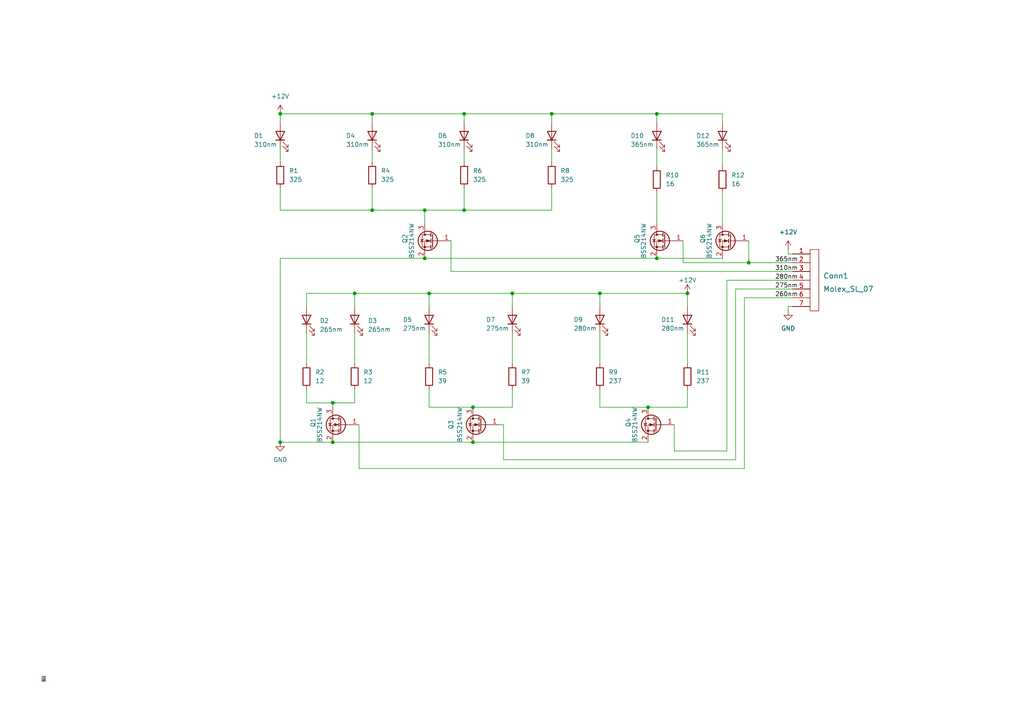
<source format=kicad_sch>
(kicad_sch (version 20211123) (generator eeschema)
  (paper "A4")
  (lib_symbols
    (symbol "Device:LED" (pin_numbers hide) (pin_names (offset 1.016) hide)
      (property "Reference" "D" (at 0 2.54 0))
      (property "Value" "LED" (at 0 -2.54 0))
      (symbol "LED_0_1"
        (polyline (pts (xy -1.27 -1.27) (xy -1.27 1.27)) (stroke (width 0.254)))
        (polyline (pts (xy -1.27 0) (xy 1.27 0)))
        (polyline (pts (xy 1.27 -1.27) (xy 1.27 1.27) (xy -1.27 0) (xy 1.27 -1.27)) (stroke (width 0.254)))
        (polyline (pts (xy -3.048 -0.762) (xy -4.572 -2.286) (xy -3.81 -2.286) (xy -4.572 -2.286) (xy -4.572 -1.524)))
        (polyline (pts (xy -1.778 -0.762) (xy -3.302 -2.286) (xy -2.54 -2.286) (xy -3.302 -2.286) (xy -3.302 -1.524)))
      )
      (symbol "LED_1_1"
        (pin passive line (at -3.81 0 0) (length 2.54) (name "K") (number "1"))
        (pin passive line (at 3.81 0 180) (length 2.54) (name "A") (number "2"))
      )
    )
    (symbol "Device:R" (pin_numbers hide) (pin_names (offset 0))
      (property "Reference" "R" (at 2.032 0 90))
      (property "Value" "R" (at 0 0 90))
      (symbol "R_0_1"
        (rectangle (start -1.016 -2.54) (end 1.016 2.54) (stroke (width 0.254)))
      )
      (symbol "R_1_1"
        (pin passive line (at 0 3.81 270) (length 1.27) (name "~") (number "1"))
        (pin passive line (at 0 -3.81 90) (length 1.27) (name "~") (number "2"))
      )
    )
    (symbol "MRDT_Connectors:Molex_SL_07" (pin_names (offset 1.016))
      (property "Reference" "Conn" (at 3.81 -1.27 0))
      (property "Value" "Molex_SL_07" (at 1.27 19.05 0))
      (symbol "Molex_SL_07_0_1"
        (rectangle (start 0 17.78) (end 2.54 0))
      )
      (symbol "Molex_SL_07_1_1"
        (pin input line (at -5.08 16.51 0) (length 5.08) (name "~") (number "1"))
        (pin input line (at -5.08 13.97 0) (length 5.08) (name "~") (number "2"))
        (pin input line (at -5.08 11.43 0) (length 5.08) (name "~") (number "3"))
        (pin input line (at -5.08 8.89 0) (length 5.08) (name "~") (number "4"))
        (pin input line (at -5.08 6.35 0) (length 5.08) (name "~") (number "5"))
        (pin input line (at -5.08 3.81 0) (length 5.08) (name "~") (number "6"))
        (pin input line (at -5.08 1.27 0) (length 5.08) (name "~") (number "7"))
      )
    )
    (symbol "Transistor_FET:BSS214NW" (pin_names hide)
      (property "Reference" "Q" (at 5.08 1.905 0))
      (property "Value" "BSS214NW" (at 5.08 0 0))
      (symbol "BSS214NW_0_1"
        (polyline (pts (xy 0.254 0) (xy -2.54 0)))
        (polyline (pts (xy 0.254 1.905) (xy 0.254 -1.905)) (stroke (width 0.254)))
        (polyline (pts (xy 0.762 -1.27) (xy 0.762 -2.286)) (stroke (width 0.254)))
        (polyline (pts (xy 0.762 0.508) (xy 0.762 -0.508)) (stroke (width 0.254)))
        (polyline (pts (xy 0.762 2.286) (xy 0.762 1.27)) (stroke (width 0.254)))
        (polyline (pts (xy 2.54 2.54) (xy 2.54 1.778)))
        (polyline (pts (xy 2.54 -2.54) (xy 2.54 0) (xy 0.762 0)))
        (polyline (pts (xy 0.762 -1.778) (xy 3.302 -1.778) (xy 3.302 1.778) (xy 0.762 1.778)))
        (polyline (pts (xy 1.016 0) (xy 2.032 0.381) (xy 2.032 -0.381) (xy 1.016 0)) (fill (type outline)))
        (polyline (pts (xy 2.794 0.508) (xy 2.921 0.381) (xy 3.683 0.381) (xy 3.81 0.254)))
        (polyline (pts (xy 3.302 0.381) (xy 2.921 -0.254) (xy 3.683 -0.254) (xy 3.302 0.381)))
        (circle (center 1.651 0) (radius 2.794) (stroke (width 0.254)))
        (circle (center 2.54 -1.778) (radius 0.254) (fill (type outline)))
        (circle (center 2.54 1.778) (radius 0.254) (fill (type outline)))
      )
      (symbol "BSS214NW_1_1"
        (pin input line (at -5.08 0 0) (length 2.54) (name "G") (number "1"))
        (pin passive line (at 2.54 -5.08 90) (length 2.54) (name "S") (number "2"))
        (pin passive line (at 2.54 5.08 270) (length 2.54) (name "D") (number "3"))
      )
    )
    (symbol "power:+12V" (power) (pin_names (offset 0))
      (property "Value" "+12V" (at 0 3.556 0))
      (symbol "+12V_0_1"
        (polyline (pts (xy -0.762 1.27) (xy 0 2.54)))
        (polyline (pts (xy 0 0) (xy 0 2.54)))
        (polyline (pts (xy 0 2.54) (xy 0.762 1.27)))
      )
      (symbol "+12V_1_1"
        (pin power_in line (at 0 0 90) (length 0) hide (name "+12V") (number "1"))
      )
    )
    (symbol "power:GND" (power) (pin_names (offset 0))
      (property "Value" "GND" (at 0 -3.81 0))
      (symbol "GND_0_1"
        (polyline (pts (xy 0 0) (xy 0 -1.27) (xy 1.27 -1.27) (xy 0 -2.54) (xy -1.27 -1.27) (xy 0 -1.27)))
      )
      (symbol "GND_1_1"
        (pin power_in line (at 0 0 270) (length 0) hide (name "GND") (number "1"))
      )
    )
  )
  (junction (at 134.62 60.96))
  (junction (at 190.5 33.02))
  (junction (at 160.02 33.02))
  (junction (at 137.16 128.27))
  (junction (at 81.28 128.27))
  (junction (at 81.28 33.02))
  (junction (at 102.87 85.09))
  (junction (at 187.96 118.11))
  (junction (at 107.95 60.96))
  (junction (at 199.39 85.09))
  (junction (at 96.52 128.27))
  (junction (at 173.99 85.09))
  (junction (at 96.52 116.84))
  (junction (at 107.95 33.02))
  (junction (at 217.17 76.2))
  (junction (at 134.62 33.02))
  (junction (at 123.19 74.93))
  (junction (at 190.5 74.93))
  (junction (at 123.19 60.96))
  (junction (at 137.16 118.11))
  (junction (at 148.59 85.09))
  (junction (at 124.46 85.09))
  (wire (pts (xy 190.5 33.02) (xy 209.55 33.02)))
  (wire (pts (xy 160.02 43.18) (xy 160.02 46.99)))
  (wire (pts (xy 215.9 86.36) (xy 215.9 135.89)))
  (wire (pts (xy 134.62 33.02) (xy 134.62 35.56)))
  (wire (pts (xy 137.16 118.11) (xy 148.59 118.11)))
  (wire (pts (xy 123.19 74.93) (xy 190.5 74.93)))
  (wire (pts (xy 173.99 118.11) (xy 173.99 113.03)))
  (wire (pts (xy 81.28 54.61) (xy 81.28 60.96)))
  (wire (pts (xy 160.02 33.02) (xy 190.5 33.02)))
  (wire (pts (xy 173.99 85.09) (xy 199.39 85.09)))
  (wire (pts (xy 96.52 118.11) (xy 96.52 116.84)))
  (wire (pts (xy 148.59 85.09) (xy 148.59 88.9)))
  (wire (pts (xy 81.28 74.93) (xy 81.28 128.27)))
  (wire (pts (xy 228.6 73.66) (xy 229.87 73.66)))
  (wire (pts (xy 160.02 54.61) (xy 160.02 60.96)))
  (wire (pts (xy 217.17 69.85) (xy 217.17 76.2)))
  (wire (pts (xy 81.28 43.18) (xy 81.28 46.99)))
  (wire (pts (xy 134.62 33.02) (xy 160.02 33.02)))
  (wire (pts (xy 81.28 33.02) (xy 107.95 33.02)))
  (wire (pts (xy 88.9 116.84) (xy 96.52 116.84)))
  (wire (pts (xy 88.9 96.52) (xy 88.9 105.41)))
  (wire (pts (xy 123.19 60.96) (xy 134.62 60.96)))
  (wire (pts (xy 81.28 74.93) (xy 123.19 74.93)))
  (wire (pts (xy 124.46 88.9) (xy 124.46 85.09)))
  (wire (pts (xy 217.17 76.2) (xy 229.87 76.2)))
  (wire (pts (xy 130.81 69.85) (xy 130.81 78.74)))
  (wire (pts (xy 123.19 60.96) (xy 123.19 64.77)))
  (wire (pts (xy 198.12 76.2) (xy 217.17 76.2)))
  (wire (pts (xy 195.58 123.19) (xy 195.58 130.81)))
  (wire (pts (xy 148.59 85.09) (xy 173.99 85.09)))
  (wire (pts (xy 134.62 43.18) (xy 134.62 46.99)))
  (wire (pts (xy 88.9 85.09) (xy 102.87 85.09)))
  (wire (pts (xy 137.16 128.27) (xy 187.96 128.27)))
  (wire (pts (xy 187.96 118.11) (xy 173.99 118.11)))
  (wire (pts (xy 134.62 54.61) (xy 134.62 60.96)))
  (wire (pts (xy 209.55 43.18) (xy 209.55 48.26)))
  (wire (pts (xy 96.52 116.84) (xy 102.87 116.84)))
  (wire (pts (xy 195.58 130.81) (xy 210.82 130.81)))
  (wire (pts (xy 199.39 85.09) (xy 199.39 88.9)))
  (wire (pts (xy 228.6 72.39) (xy 228.6 73.66)))
  (wire (pts (xy 209.55 55.88) (xy 209.55 64.77)))
  (wire (pts (xy 229.87 86.36) (xy 215.9 86.36)))
  (wire (pts (xy 104.14 135.89) (xy 215.9 135.89)))
  (wire (pts (xy 81.28 33.02) (xy 81.28 35.56)))
  (wire (pts (xy 88.9 85.09) (xy 88.9 88.9)))
  (wire (pts (xy 190.5 74.93) (xy 209.55 74.93)))
  (wire (pts (xy 146.05 123.19) (xy 146.05 133.35)))
  (wire (pts (xy 199.39 118.11) (xy 187.96 118.11)))
  (wire (pts (xy 124.46 118.11) (xy 137.16 118.11)))
  (wire (pts (xy 107.95 33.02) (xy 107.95 35.56)))
  (wire (pts (xy 102.87 96.52) (xy 102.87 105.41)))
  (wire (pts (xy 107.95 60.96) (xy 123.19 60.96)))
  (wire (pts (xy 81.28 128.27) (xy 96.52 128.27)))
  (wire (pts (xy 124.46 96.52) (xy 124.46 105.41)))
  (wire (pts (xy 124.46 85.09) (xy 148.59 85.09)))
  (wire (pts (xy 96.52 128.27) (xy 137.16 128.27)))
  (wire (pts (xy 81.28 60.96) (xy 107.95 60.96)))
  (wire (pts (xy 213.36 83.82) (xy 229.87 83.82)))
  (wire (pts (xy 148.59 118.11) (xy 148.59 113.03)))
  (wire (pts (xy 146.05 133.35) (xy 213.36 133.35)))
  (wire (pts (xy 107.95 33.02) (xy 134.62 33.02)))
  (wire (pts (xy 102.87 85.09) (xy 102.87 88.9)))
  (wire (pts (xy 88.9 113.03) (xy 88.9 116.84)))
  (wire (pts (xy 210.82 81.28) (xy 210.82 130.81)))
  (wire (pts (xy 190.5 33.02) (xy 190.5 35.56)))
  (wire (pts (xy 146.05 123.19) (xy 144.78 123.19)))
  (wire (pts (xy 199.39 113.03) (xy 199.39 118.11)))
  (wire (pts (xy 160.02 33.02) (xy 160.02 35.56)))
  (wire (pts (xy 173.99 96.52) (xy 173.99 105.41)))
  (wire (pts (xy 190.5 55.88) (xy 190.5 64.77)))
  (wire (pts (xy 173.99 85.09) (xy 173.99 88.9)))
  (wire (pts (xy 130.81 78.74) (xy 229.87 78.74)))
  (wire (pts (xy 198.12 76.2) (xy 198.12 69.85)))
  (wire (pts (xy 209.55 33.02) (xy 209.55 35.56)))
  (wire (pts (xy 210.82 81.28) (xy 229.87 81.28)))
  (wire (pts (xy 229.87 88.9) (xy 228.6 88.9)))
  (wire (pts (xy 199.39 105.41) (xy 199.39 96.52)))
  (wire (pts (xy 104.14 123.19) (xy 104.14 135.89)))
  (wire (pts (xy 102.87 113.03) (xy 102.87 116.84)))
  (wire (pts (xy 228.6 88.9) (xy 228.6 90.17)))
  (wire (pts (xy 190.5 43.18) (xy 190.5 48.26)))
  (wire (pts (xy 107.95 54.61) (xy 107.95 60.96)))
  (wire (pts (xy 124.46 113.03) (xy 124.46 118.11)))
  (wire (pts (xy 213.36 83.82) (xy 213.36 133.35)))
  (wire (pts (xy 148.59 96.52) (xy 148.59 105.41)))
  (wire (pts (xy 107.95 43.18) (xy 107.95 46.99)))
  (wire (pts (xy 102.87 85.09) (xy 124.46 85.09)))
  (wire (pts (xy 134.62 60.96) (xy 160.02 60.96)))
  (image (at 12.7 196.85) (scale 0.0228564))
  (label "280nm" (at 224.79 81.28 0))
  (label "275nm" (at 224.79 83.82 0))
  (label "365nm" (at 224.79 76.2 0))
  (label "310nm" (at 224.79 78.74 0))
  (label "260nm" (at 224.79 86.36 0))
  (symbol (lib_id "Device:R") (at 81.28 50.8 0) (unit 1)
    (property "Reference" "R1" (at 83.82 49.5299 0) (effects (justify left)))
    (property "Value" "325" (at 83.82 52.0699 0) (effects (justify left)))
    (property "Footprint" "Resistor_SMD:R_2512_6332Metric_Pad1.40x3.35mm_HandSolder" (effects hide))
    (property "Datasheet" "https://www.digikey.com/en/products/detail/stackpole-electronics-inc/RHC2512FT150R/1646042" (effects hide))
  )
  (symbol (lib_id "Transistor_FET:BSS214NW") (at 99.06 123.19 0) (mirror y) (unit 1)
    (property "Reference" "Q1" (at 90.805 122.555 90))
    (property "Value" "BSS214NW" (at 92.71 123.19 90))
    (property "Footprint" "Package_TO_SOT_SMD:SOT-323_SC-70" (effects hide))
    (property "Datasheet" "https://www.infineon.com/dgdl/Infineon-BSS214NW-DS-v02_02-en.pdf?fileId=db3a30431b3e89eb011b695aebc01bde" (effects hide))
  )
  (symbol (lib_id "Device:LED") (at 190.5 39.37 90) (unit 1)
    (property "Reference" "D10" (at 182.88 39.37 90) (effects (justify right)))
    (property "Value" "365nm" (at 182.88 41.91 90) (effects (justify right)))
    (property "Footprint" "Footprints:LZ1-00UV0R" (effects hide))
    (property "Datasheet" "https://www.digikey.com/en/products/detail/osram-sylvania-inc./LZ1-00UV0R-0000/10441131?utm_adgroup=Infrared%2C%20UV%2C%20Visible%20Emitters&utm_source=google&utm_medium=cpc&utm_campaign=Shopping_Product_Optoelectronics_NEW&utm_term=&utm_content=Infrared%2C%20UV%2C%20Visible%20Emitters&gclid=Cj0KCQjww4-hBhCtARIsAC9gR3Zin1EjcHelMRn99sYYosUo0ZWMWYvGeo7J6bgWsph-cu9-1cPf-0saAlrnEALw_wcB" (effects hide))
  )
  (symbol (lib_id "Device:R") (at 160.02 50.8 0) (unit 1)
    (property "Reference" "R8" (at 162.56 49.5299 0) (effects (justify left)))
    (property "Value" "325" (at 162.56 52.0699 0) (effects (justify left)))
    (property "Footprint" "Resistor_SMD:R_2512_6332Metric_Pad1.40x3.35mm_HandSolder" (effects hide))
    (property "Datasheet" "https://www.digikey.com/en/products/detail/stackpole-electronics-inc/RHC2512FT150R/1646042" (effects hide))
  )
  (symbol (lib_id "Device:R") (at 88.9 109.22 0) (unit 1)
    (property "Reference" "R2" (at 91.44 107.9499 0) (effects (justify left)))
    (property "Value" "12" (at 91.44 110.4899 0) (effects (justify left)))
    (property "Footprint" "Resistor_SMD:R_2512_6332Metric_Pad1.40x3.35mm_HandSolder" (effects hide))
    (property "Datasheet" "https://www.digikey.com/en/products/detail/te-connectivity-passive-product/352212RFT/5244986" (effects hide))
  )
  (symbol (lib_id "Device:R") (at 148.59 109.22 0) (unit 1)
    (property "Reference" "R7" (at 151.13 107.9499 0) (effects (justify left)))
    (property "Value" "39" (at 151.13 110.4899 0) (effects (justify left)))
    (property "Footprint" "Resistor_SMD:R_2512_6332Metric_Pad1.40x3.35mm_HandSolder" (effects hide))
    (property "Datasheet" "https://www.digikey.com/en/products/detail/te-connectivity-passive-product/CRGP2512F39R/8577306" (effects hide))
  )
  (symbol (lib_id "Device:R") (at 190.5 52.07 0) (unit 1)
    (property "Reference" "R10" (at 193.04 50.7999 0) (effects (justify left)))
    (property "Value" "16" (at 193.04 53.3399 0) (effects (justify left)))
    (property "Footprint" "Resistor_SMD:R_2512_6332Metric_Pad1.40x3.35mm_HandSolder" (effects hide))
    (property "Datasheet" "https://www.digikey.com/en/products/detail/te-connectivity-passive-product/355016RFT/9927086?s=N4IgjCBcoExaBjKAzAhgGwM4FMA0IB7KAbRBgBYBOANgpAF18AHAFyhAGUWAnASwDsA5iAC%2B%2BAMzwQSSGix5CJcGHERGIVuy58ho-DAAMADgCsUmXJz4ikUmGoACAPIALALaYGzNpBABVfl4WJ2QAWWxUTABXbmw9EABaOGhpKB4ohRtSM3oRPKA" (effects hide))
  )
  (symbol (lib_id "Device:LED") (at 199.39 92.71 90) (unit 1)
    (property "Reference" "D11" (at 191.77 92.71 90) (effects (justify right)))
    (property "Value" "280nm" (at 191.77 95.25 90) (effects (justify right)))
    (property "Footprint" "MRDT_Devices:280nm" (effects hide))
    (property "Datasheet" "https://www.mouser.com/ProductDetail/Vishay-Semiconductors/VLMU35CL20-275-120?qs=sPbYRqrBIVnwsuA%2FMQjGuQ%3D%3D" (effects hide))
  )
  (symbol (lib_id "MRDT_Connectors:Molex_SL_07") (at 234.95 90.17 0) (unit 1)
    (property "Reference" "Conn1" (at 238.76 80.01 0) (effects (font (size 1.524 1.524)) (justify left)))
    (property "Value" "Molex_SL_07" (at 238.76 83.82 0) (effects (font (size 1.524 1.524)) (justify left)))
    (property "Footprint" "MRDT_Connectors:MOLEX_SL_07_Vertical" (effects hide))
  )
  (symbol (lib_id "power:+12V") (at 228.6 72.39 0) (unit 1)
    (property "Reference" "#PWR04" (effects hide))
    (property "Value" "+12V" (at 228.6 67.31 0))
  )
  (symbol (lib_id "Device:R") (at 102.87 109.22 0) (unit 1)
    (property "Reference" "R3" (at 105.41 107.9499 0) (effects (justify left)))
    (property "Value" "12" (at 105.41 110.4899 0) (effects (justify left)))
    (property "Footprint" "Resistor_SMD:R_2512_6332Metric_Pad1.40x3.35mm_HandSolder" (effects hide))
    (property "Datasheet" "https://www.digikey.com/en/products/detail/te-connectivity-passive-product/352212RFT/5244986" (effects hide))
  )
  (symbol (lib_id "Device:LED") (at 88.9 92.71 90) (unit 1)
    (property "Reference" "D2" (at 92.71 93.0274 90) (effects (justify right)))
    (property "Value" "265nm" (at 92.71 95.5674 90) (effects (justify right)))
    (property "Footprint" "KL265-50W-SM-WD Footprint:3535" (effects hide))
    (property "Datasheet" "https://www.digikey.com/en/products/detail/crystal-is/KL265-50W-SM-WD/14305732?utm_adgroup=Optoelectronics&utm_source=google&utm_medium=cpc&utm_campaign=Dynamic%20Search_EN_Product&utm_term=&utm_content=Optoelectronics&gclid=CjwKCAjw5pShBhB_EiwAvmnNV5lKEzE5w8IDoIsJlO4rhYTYXq7Xz2eIzEMYPPwn55MK4H6ODodK4BoCvP0QAvD_BwE" (effects hide))
  )
  (symbol (lib_id "Device:R") (at 173.99 109.22 0) (unit 1)
    (property "Reference" "R9" (at 176.53 107.9499 0) (effects (justify left)))
    (property "Value" "237" (at 176.53 110.4899 0) (effects (justify left)))
    (property "Footprint" "Resistor_SMD:R_2512_6332Metric_Pad1.40x3.35mm_HandSolder" (effects hide))
    (property "Datasheet" "https://www.mouser.com/ProductDetail/YAGEO/RT1206BRC07250RL?qs=sGAEpiMZZMtlubZbdhIBINSnPd898yDPjn3BpsSGDUg%3D" (effects hide))
  )
  (symbol (lib_id "Transistor_FET:BSS214NW") (at 212.09 69.85 0) (mirror y) (unit 1)
    (property "Reference" "Q6" (at 203.835 69.215 90))
    (property "Value" "BSS214NW" (at 205.74 69.85 90))
    (property "Footprint" "Package_TO_SOT_SMD:SOT-323_SC-70" (effects hide))
    (property "Datasheet" "https://www.infineon.com/dgdl/Infineon-BSS214NW-DS-v02_02-en.pdf?fileId=db3a30431b3e89eb011b695aebc01bde" (effects hide))
  )
  (symbol (lib_id "Device:LED") (at 81.28 39.37 90) (unit 1)
    (property "Reference" "D1" (at 73.66 39.37 90) (effects (justify right)))
    (property "Value" "310nm" (at 73.66 41.91 90) (effects (justify right)))
    (property "Footprint" "MRDT_Devices:310nm" (effects hide))
    (property "Datasheet" "https://www.irtronix.com/product-page/cud1gf1a" (effects hide))
  )
  (symbol (lib_id "Device:R") (at 209.55 52.07 0) (unit 1)
    (property "Reference" "R12" (at 212.09 50.7999 0) (effects (justify left)))
    (property "Value" "16" (at 212.09 53.3399 0) (effects (justify left)))
    (property "Footprint" "Resistor_SMD:R_2512_6332Metric_Pad1.40x3.35mm_HandSolder" (effects hide))
    (property "Datasheet" "https://www.digikey.com/en/products/detail/te-connectivity-passive-product/355016RFT/9927086?s=N4IgjCBcoExaBjKAzAhgGwM4FMA0IB7KAbRBgBYBOANgpAF18AHAFyhAGUWAnASwDsA5iAC%2B%2BAMzwQSSGix5CJcGHERGIVuy58ho-DAAMADgCsUmXJz4ikUmGoACAPIALALaYGzNpBABVfl4WJ2QAWWxUTABXbmw9EABaOGhpKB4ohRtSM3oRPKA" (effects hide))
  )
  (symbol (lib_id "Device:LED") (at 102.87 92.71 90) (unit 1)
    (property "Reference" "D3" (at 106.68 93.0274 90) (effects (justify right)))
    (property "Value" "265nm" (at 106.68 95.5674 90) (effects (justify right)))
    (property "Footprint" "KL265-50W-SM-WD Footprint:3535" (effects hide))
    (property "Datasheet" "https://www.digikey.com/en/products/detail/crystal-is/KL265-50W-SM-WD/14305732?utm_adgroup=Optoelectronics&utm_source=google&utm_medium=cpc&utm_campaign=Dynamic%20Search_EN_Product&utm_term=&utm_content=Optoelectronics&gclid=CjwKCAjw5pShBhB_EiwAvmnNV5lKEzE5w8IDoIsJlO4rhYTYXq7Xz2eIzEMYPPwn55MK4H6ODodK4BoCvP0QAvD_BwE" (effects hide))
  )
  (symbol (lib_id "power:GND") (at 228.6 90.17 0) (unit 1)
    (property "Reference" "#PWR05" (effects hide))
    (property "Value" "GND" (at 228.6 95.25 0))
  )
  (symbol (lib_id "Device:LED") (at 209.55 39.37 90) (unit 1)
    (property "Reference" "D12" (at 201.93 39.37 90) (effects (justify right)))
    (property "Value" "365nm" (at 201.93 41.91 90) (effects (justify right)))
    (property "Footprint" "Footprints:LZ1-00UV0R" (effects hide))
    (property "Datasheet" "https://www.digikey.com/en/products/detail/osram-sylvania-inc./LZ1-00UV0R-0000/10441131?utm_adgroup=Infrared%2C%20UV%2C%20Visible%20Emitters&utm_source=google&utm_medium=cpc&utm_campaign=Shopping_Product_Optoelectronics_NEW&utm_term=&utm_content=Infrared%2C%20UV%2C%20Visible%20Emitters&gclid=Cj0KCQjww4-hBhCtARIsAC9gR3Zin1EjcHelMRn99sYYosUo0ZWMWYvGeo7J6bgWsph-cu9-1cPf-0saAlrnEALw_wcB" (effects hide))
  )
  (symbol (lib_id "power:+12V") (at 199.39 85.09 0) (unit 1)
    (property "Reference" "#PWR03" (effects hide))
    (property "Value" "+12V" (at 199.39 81.28 0))
  )
  (symbol (lib_id "power:+12V") (at 81.28 33.02 0) (unit 1)
    (property "Reference" "#PWR01" (effects hide))
    (property "Value" "+12V" (at 81.28 27.94 0))
  )
  (symbol (lib_id "Device:LED") (at 148.59 92.71 90) (unit 1)
    (property "Reference" "D7" (at 140.97 92.71 90) (effects (justify right)))
    (property "Value" "275nm" (at 140.97 95.25 90) (effects (justify right)))
    (property "Footprint" "Footprints:SU CULCN1.VC" (effects hide))
    (property "Datasheet" "https://www.mouser.com/ProductDetail/ams-OSRAM/SU-CULCN1VC-GAGD-67-0-100-R18?qs=QNEnbhJQKvYzTEg60TYLDA%3D%3D&mgh=1&gclid=Cj0KCQjww4-hBhCtARIsAC9gR3Yx9EYuuzoX6Epv-96pbTp_j3rO-uPwrYGY7enRByVU-IZeXYdc4EkaAnjkEALw_wcB" (effects hide))
  )
  (symbol (lib_id "Device:LED") (at 124.46 92.71 90) (unit 1)
    (property "Reference" "D5" (at 116.84 92.71 90) (effects (justify right)))
    (property "Value" "275nm" (at 116.84 95.25 90) (effects (justify right)))
    (property "Footprint" "Footprints:SU CULCN1.VC" (effects hide))
    (property "Datasheet" "https://www.mouser.com/ProductDetail/ams-OSRAM/SU-CULCN1VC-GAGD-67-0-100-R18?qs=QNEnbhJQKvYzTEg60TYLDA%3D%3D&mgh=1&gclid=Cj0KCQjww4-hBhCtARIsAC9gR3Yx9EYuuzoX6Epv-96pbTp_j3rO-uPwrYGY7enRByVU-IZeXYdc4EkaAnjkEALw_wcB" (effects hide))
  )
  (symbol (lib_id "Transistor_FET:BSS214NW") (at 193.04 69.85 0) (mirror y) (unit 1)
    (property "Reference" "Q5" (at 184.785 69.215 90))
    (property "Value" "BSS214NW" (at 186.69 69.85 90))
    (property "Footprint" "Package_TO_SOT_SMD:SOT-323_SC-70" (effects hide))
    (property "Datasheet" "https://www.infineon.com/dgdl/Infineon-BSS214NW-DS-v02_02-en.pdf?fileId=db3a30431b3e89eb011b695aebc01bde" (effects hide))
  )
  (symbol (lib_id "Device:R") (at 124.46 109.22 0) (unit 1)
    (property "Reference" "R5" (at 127 107.9499 0) (effects (justify left)))
    (property "Value" "39" (at 127 110.4899 0) (effects (justify left)))
    (property "Footprint" "Resistor_SMD:R_2512_6332Metric_Pad1.40x3.35mm_HandSolder" (effects hide))
    (property "Datasheet" "https://www.digikey.com/en/products/detail/te-connectivity-passive-product/CRGP2512F39R/8577306" (effects hide))
  )
  (symbol (lib_id "Device:LED") (at 107.95 39.37 90) (unit 1)
    (property "Reference" "D4" (at 100.33 39.37 90) (effects (justify right)))
    (property "Value" "310nm" (at 100.33 41.91 90) (effects (justify right)))
    (property "Footprint" "MRDT_Devices:310nm" (effects hide))
    (property "Datasheet" "https://www.irtronix.com/product-page/cud1gf1a" (effects hide))
  )
  (symbol (lib_id "Transistor_FET:BSS214NW") (at 125.73 69.85 0) (mirror y) (unit 1)
    (property "Reference" "Q2" (at 117.475 69.215 90))
    (property "Value" "BSS214NW" (at 119.38 69.85 90))
    (property "Footprint" "Package_TO_SOT_SMD:SOT-323_SC-70" (effects hide))
    (property "Datasheet" "https://www.infineon.com/dgdl/Infineon-BSS214NW-DS-v02_02-en.pdf?fileId=db3a30431b3e89eb011b695aebc01bde" (effects hide))
  )
  (symbol (lib_id "Device:LED") (at 173.99 92.71 90) (unit 1)
    (property "Reference" "D9" (at 166.37 92.71 90) (effects (justify right)))
    (property "Value" "280nm" (at 166.37 95.25 90) (effects (justify right)))
    (property "Footprint" "MRDT_Devices:280nm" (effects hide))
    (property "Datasheet" "https://www.mouser.com/ProductDetail/Vishay-Semiconductors/VLMU35CL20-275-120?qs=sPbYRqrBIVnwsuA%2FMQjGuQ%3D%3D" (effects hide))
  )
  (symbol (lib_id "Device:R") (at 134.62 50.8 0) (unit 1)
    (property "Reference" "R6" (at 137.16 49.5299 0) (effects (justify left)))
    (property "Value" "325" (at 137.16 52.0699 0) (effects (justify left)))
    (property "Footprint" "Resistor_SMD:R_2512_6332Metric_Pad1.40x3.35mm_HandSolder" (effects hide))
    (property "Datasheet" "https://www.digikey.com/en/products/detail/stackpole-electronics-inc/RHC2512FT150R/1646042" (effects hide))
  )
  (symbol (lib_id "Transistor_FET:BSS214NW") (at 139.7 123.19 0) (mirror y) (unit 1)
    (property "Reference" "Q3" (at 130.81 123.19 90))
    (property "Value" "BSS214NW" (at 133.35 123.19 90))
    (property "Footprint" "Package_TO_SOT_SMD:SOT-323_SC-70" (effects hide))
    (property "Datasheet" "https://www.infineon.com/dgdl/Infineon-BSS214NW-DS-v02_02-en.pdf?fileId=db3a30431b3e89eb011b695aebc01bde" (effects hide))
  )
  (symbol (lib_id "Device:R") (at 199.39 109.22 0) (unit 1)
    (property "Reference" "R11" (at 201.93 107.9499 0) (effects (justify left)))
    (property "Value" "237" (at 201.93 110.4899 0) (effects (justify left)))
    (property "Footprint" "Resistor_SMD:R_2512_6332Metric_Pad1.40x3.35mm_HandSolder" (effects hide))
    (property "Datasheet" "https://www.mouser.com/ProductDetail/YAGEO/RT1206BRC07250RL?qs=sGAEpiMZZMtlubZbdhIBINSnPd898yDPjn3BpsSGDUg%3D" (effects hide))
  )
  (symbol (lib_id "power:GND") (at 81.28 128.27 0) (unit 1)
    (property "Reference" "#PWR02" (effects hide))
    (property "Value" "GND" (at 81.28 133.35 0))
  )
  (symbol (lib_id "Device:R") (at 107.95 50.8 0) (unit 1)
    (property "Reference" "R4" (at 110.49 49.5299 0) (effects (justify left)))
    (property "Value" "325" (at 110.49 52.0699 0) (effects (justify left)))
    (property "Footprint" "Resistor_SMD:R_2512_6332Metric_Pad1.40x3.35mm_HandSolder" (effects hide))
    (property "Datasheet" "https://www.digikey.com/en/products/detail/stackpole-electronics-inc/RHC2512FT150R/1646042" (effects hide))
  )
  (symbol (lib_id "Device:LED") (at 134.62 39.37 90) (unit 1)
    (property "Reference" "D6" (at 127 39.37 90) (effects (justify right)))
    (property "Value" "310nm" (at 127 41.91 90) (effects (justify right)))
    (property "Footprint" "MRDT_Devices:310nm" (effects hide))
    (property "Datasheet" "https://www.irtronix.com/product-page/cud1gf1a" (effects hide))
  )
  (symbol (lib_id "Transistor_FET:BSS214NW") (at 190.5 123.19 0) (mirror y) (unit 1)
    (property "Reference" "Q4" (at 182.245 122.555 90))
    (property "Value" "BSS214NW" (at 184.15 123.19 90))
    (property "Footprint" "Package_TO_SOT_SMD:SOT-323_SC-70" (effects hide))
    (property "Datasheet" "https://www.infineon.com/dgdl/Infineon-BSS214NW-DS-v02_02-en.pdf?fileId=db3a30431b3e89eb011b695aebc01bde" (effects hide))
  )
  (symbol (lib_id "Device:LED") (at 160.02 39.37 90) (unit 1)
    (property "Reference" "D8" (at 152.4 39.37 90) (effects (justify right)))
    (property "Value" "310nm" (at 152.4 41.91 90) (effects (justify right)))
    (property "Footprint" "MRDT_Devices:310nm" (effects hide))
    (property "Datasheet" "https://www.irtronix.com/product-page/cud1gf1a" (effects hide))
  )
)
</source>
